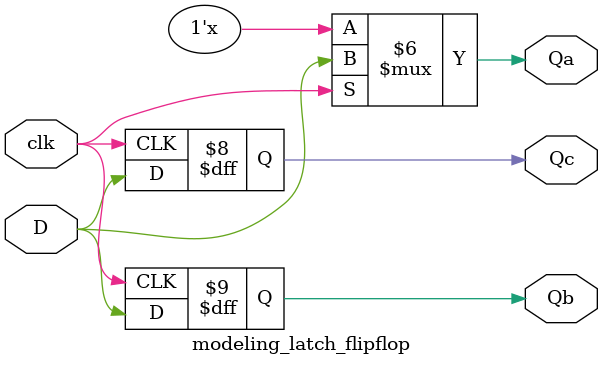
<source format=v>
`timescale 1ns / 1ps


module modeling_latch_flipflop(
    input clk,
    input D,
    output reg Qa,
    output reg Qb,
    output reg Qc
    );
    
    //Dlatch
    always @ (clk or D) begin
        if (clk) begin
            Qa = D;
        end
    end
    
    //D flip flop (rising edge)
    always @(posedge clk) begin
        if (clk) begin
            Qb <= D;
        end
    end
    
    //D flip flop (falling edge)
    always @(negedge clk) begin
        if (!clk) begin
            Qc <= D;
        end
    end
    
endmodule

</source>
